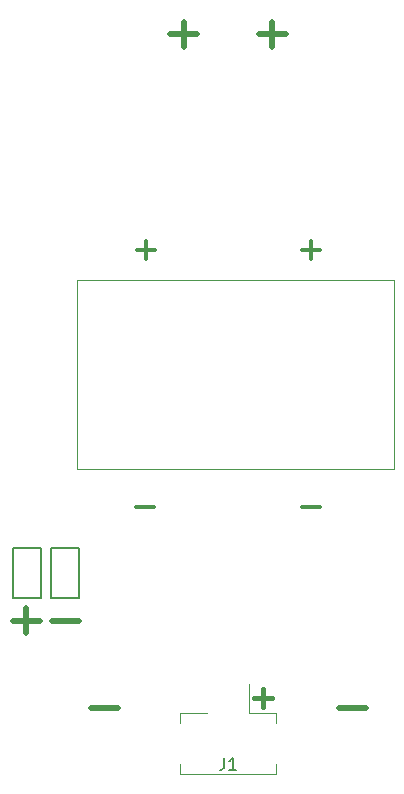
<source format=gto>
%TF.GenerationSoftware,KiCad,Pcbnew,(5.1.6)-1*%
%TF.CreationDate,2020-09-30T11:01:53+04:00*%
%TF.ProjectId,Generic_Node-BatteryHolder,47656e65-7269-4635-9f4e-6f64652d4261,1.0*%
%TF.SameCoordinates,Original*%
%TF.FileFunction,Legend,Top*%
%TF.FilePolarity,Positive*%
%FSLAX46Y46*%
G04 Gerber Fmt 4.6, Leading zero omitted, Abs format (unit mm)*
G04 Created by KiCad (PCBNEW (5.1.6)-1) date 2020-09-30 11:01:53*
%MOMM*%
%LPD*%
G01*
G04 APERTURE LIST*
%ADD10C,0.400000*%
%ADD11C,0.500000*%
%ADD12C,0.120000*%
%ADD13C,0.150000*%
%ADD14C,0.300000*%
G04 APERTURE END LIST*
D10*
X152238095Y-125392857D02*
X153761904Y-125392857D01*
X153000000Y-126154761D02*
X153000000Y-124630952D01*
D11*
X152607142Y-69200000D02*
X154892857Y-69200000D01*
X153750000Y-70266666D02*
X153750000Y-68133333D01*
X145107142Y-69200000D02*
X147392857Y-69200000D01*
X146250000Y-70266666D02*
X146250000Y-68133333D01*
X159357142Y-126200000D02*
X161642857Y-126200000D01*
X138357142Y-126200000D02*
X140642857Y-126200000D01*
X135107142Y-118850000D02*
X137392857Y-118850000D01*
X131757142Y-118850000D02*
X134042857Y-118850000D01*
X132900000Y-119916666D02*
X132900000Y-117783333D01*
D12*
%TO.C,J1*%
X154085000Y-127490000D02*
X154085000Y-126640000D01*
X154085000Y-126640000D02*
X151760000Y-126640000D01*
X151760000Y-126640000D02*
X151760000Y-124250000D01*
X145915000Y-127490000D02*
X145915000Y-126640000D01*
X145915000Y-126640000D02*
X148240000Y-126640000D01*
X154085000Y-131010000D02*
X154085000Y-131860000D01*
X154085000Y-131860000D02*
X145915000Y-131860000D01*
X145915000Y-131860000D02*
X145915000Y-131010000D01*
D13*
%TO.C,J3*%
X131800000Y-112700000D02*
X134200000Y-112700000D01*
X131800000Y-116900000D02*
X131800000Y-112700000D01*
X134200000Y-116900000D02*
X131800000Y-116900000D01*
X134200000Y-112700000D02*
X134200000Y-116900000D01*
%TO.C,J2*%
X137400000Y-116900000D02*
X135000000Y-116900000D01*
X137400000Y-112700000D02*
X137400000Y-116900000D01*
X135000000Y-112700000D02*
X137400000Y-112700000D01*
X135000000Y-116900000D02*
X135000000Y-112700000D01*
D12*
%TO.C,BTclip1*%
X164071600Y-106026400D02*
X137198400Y-106026400D01*
X164071600Y-89973600D02*
X164071600Y-106026400D01*
X137198400Y-89973600D02*
X164071600Y-89973600D01*
X137198400Y-106026400D02*
X137198400Y-89973600D01*
%TO.C,J1*%
D13*
X149666666Y-130452380D02*
X149666666Y-131166666D01*
X149619047Y-131309523D01*
X149523809Y-131404761D01*
X149380952Y-131452380D01*
X149285714Y-131452380D01*
X150666666Y-131452380D02*
X150095238Y-131452380D01*
X150380952Y-131452380D02*
X150380952Y-130452380D01*
X150285714Y-130595238D01*
X150190476Y-130690476D01*
X150095238Y-130738095D01*
%TO.C,BT2*%
D14*
X143042857Y-88211904D02*
X143042857Y-86688095D01*
X143804761Y-87450000D02*
X142280952Y-87450000D01*
X142238095Y-109192857D02*
X143761904Y-109192857D01*
%TO.C,BT1*%
X156238095Y-109192857D02*
X157761904Y-109192857D01*
X157042857Y-88211904D02*
X157042857Y-86688095D01*
X157804761Y-87450000D02*
X156280952Y-87450000D01*
%TD*%
M02*

</source>
